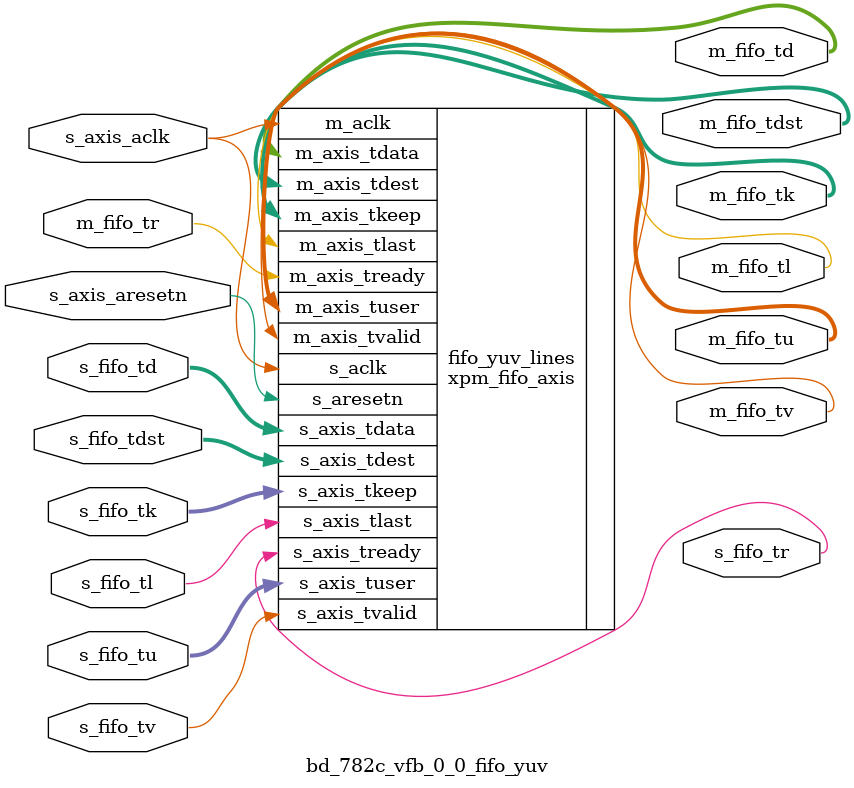
<source format=v>
`timescale 1ps/1ps
module bd_782c_vfb_0_0_fifo_yuv (
  input            s_axis_aclk    ,

  input         s_axis_aresetn ,
  output    s_fifo_tr      ,
  input     s_fifo_tv      ,
  input      [64-1:0]  s_fifo_td      ,
  input      [96-1:0]  s_fifo_tu      ,
  input      [4-1:0] s_fifo_tdst      ,
  input      [8-1:0] s_fifo_tk      ,
  input      s_fifo_tl      ,
  input     m_fifo_tr      ,
  output     m_fifo_tv      ,
  output   [64-1:0]   m_fifo_td      ,
  output   [4-1:0] m_fifo_tdst ,
  output   [96-1:0]  m_fifo_tu      ,
  output    [8-1:0] m_fifo_tk      ,
  output      m_fifo_tl      
);

xpm_fifo_axis#(
      .CLOCKING_MODE("common_clock"), // String
      .ECC_MODE("no_ecc"),            // String
      .FIFO_DEPTH(16),              // DECIMAL
      .FIFO_MEMORY_TYPE("distributed"),      // String
      .PACKET_FIFO("false"),          // String
      .PROG_EMPTY_THRESH(10),         // DECIMAL
      .PROG_FULL_THRESH(123),          // DECIMAL
      .RD_DATA_COUNT_WIDTH(1),        // DECIMAL
      .RELATED_CLOCKS(0),             // DECIMAL
      .SIM_ASSERT_CHK(0),             // DECIMAL; 0=disable simulation messages, 1=enable simulation messages
      .TDATA_WIDTH(64),               // DECIMAL
      .TDEST_WIDTH(4),                // DECIMAL
      .TUSER_WIDTH(96),                // DECIMAL
      .USE_ADV_FEATURES("1000"),      // String
      .WR_DATA_COUNT_WIDTH(1)         // DECIMAL
 ) fifo_yuv_lines(
  .s_aresetn         (s_axis_aresetn ),
  .m_aclk            (s_axis_aclk    ),
  .s_aclk            (s_axis_aclk    ),
  .s_axis_tready     (s_fifo_tr      ),
  .s_axis_tvalid     (s_fifo_tv      ),
  .s_axis_tdata      (s_fifo_td      ),
  .s_axis_tuser      (s_fifo_tu      ),
  .s_axis_tdest      (s_fifo_tdst      ),
  .s_axis_tkeep      (s_fifo_tk      ),
  .s_axis_tlast      (s_fifo_tl      ),
  .m_axis_tready     (m_fifo_tr      ),
  .m_axis_tvalid     (m_fifo_tv      ),
  .m_axis_tdata      (m_fifo_td      ),
  .m_axis_tdest      (m_fifo_tdst     ),
  .m_axis_tuser      (m_fifo_tu      ),
  .m_axis_tkeep      (m_fifo_tk      ),
  .m_axis_tlast      (m_fifo_tl      )
);
endmodule

</source>
